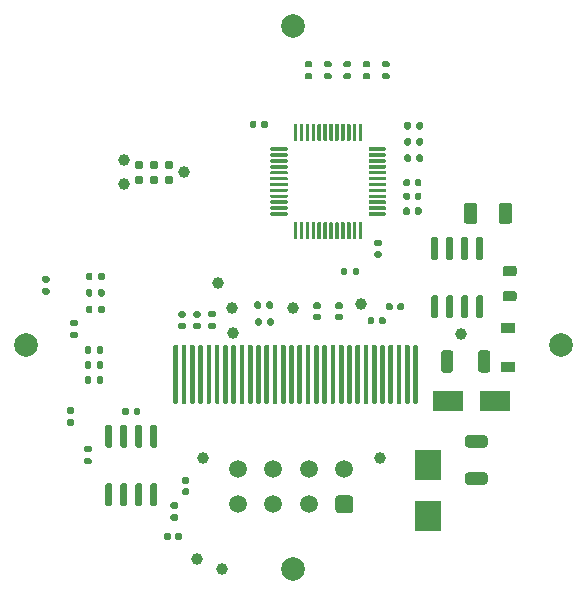
<source format=gbr>
%TF.GenerationSoftware,KiCad,Pcbnew,(5.1.10)-1*%
%TF.CreationDate,2022-01-29T15:25:58-05:00*%
%TF.ProjectId,CAN_Gauge,43414e5f-4761-4756-9765-2e6b69636164,rev?*%
%TF.SameCoordinates,Original*%
%TF.FileFunction,Soldermask,Top*%
%TF.FilePolarity,Negative*%
%FSLAX46Y46*%
G04 Gerber Fmt 4.6, Leading zero omitted, Abs format (unit mm)*
G04 Created by KiCad (PCBNEW (5.1.10)-1) date 2022-01-29 15:25:58*
%MOMM*%
%LPD*%
G01*
G04 APERTURE LIST*
%ADD10C,1.000000*%
%ADD11C,0.787400*%
%ADD12C,0.990600*%
%ADD13R,1.200000X0.900000*%
%ADD14C,1.500000*%
%ADD15C,2.000000*%
%ADD16R,2.300000X2.500000*%
%ADD17R,2.500000X1.800000*%
G04 APERTURE END LIST*
D10*
%TO.C,TP7*%
X138993600Y-95176200D03*
%TD*%
%TO.C,TP2*%
X133240500Y-95519100D03*
%TD*%
%TO.C,U1*%
G36*
G01*
X139150400Y-88287600D02*
X139150400Y-89612600D01*
G75*
G02*
X139075400Y-89687600I-75000J0D01*
G01*
X138925400Y-89687600D01*
G75*
G02*
X138850400Y-89612600I0J75000D01*
G01*
X138850400Y-88287600D01*
G75*
G02*
X138925400Y-88212600I75000J0D01*
G01*
X139075400Y-88212600D01*
G75*
G02*
X139150400Y-88287600I0J-75000D01*
G01*
G37*
G36*
G01*
X138650400Y-88287600D02*
X138650400Y-89612600D01*
G75*
G02*
X138575400Y-89687600I-75000J0D01*
G01*
X138425400Y-89687600D01*
G75*
G02*
X138350400Y-89612600I0J75000D01*
G01*
X138350400Y-88287600D01*
G75*
G02*
X138425400Y-88212600I75000J0D01*
G01*
X138575400Y-88212600D01*
G75*
G02*
X138650400Y-88287600I0J-75000D01*
G01*
G37*
G36*
G01*
X138150400Y-88287600D02*
X138150400Y-89612600D01*
G75*
G02*
X138075400Y-89687600I-75000J0D01*
G01*
X137925400Y-89687600D01*
G75*
G02*
X137850400Y-89612600I0J75000D01*
G01*
X137850400Y-88287600D01*
G75*
G02*
X137925400Y-88212600I75000J0D01*
G01*
X138075400Y-88212600D01*
G75*
G02*
X138150400Y-88287600I0J-75000D01*
G01*
G37*
G36*
G01*
X137650400Y-88287600D02*
X137650400Y-89612600D01*
G75*
G02*
X137575400Y-89687600I-75000J0D01*
G01*
X137425400Y-89687600D01*
G75*
G02*
X137350400Y-89612600I0J75000D01*
G01*
X137350400Y-88287600D01*
G75*
G02*
X137425400Y-88212600I75000J0D01*
G01*
X137575400Y-88212600D01*
G75*
G02*
X137650400Y-88287600I0J-75000D01*
G01*
G37*
G36*
G01*
X137150400Y-88287600D02*
X137150400Y-89612600D01*
G75*
G02*
X137075400Y-89687600I-75000J0D01*
G01*
X136925400Y-89687600D01*
G75*
G02*
X136850400Y-89612600I0J75000D01*
G01*
X136850400Y-88287600D01*
G75*
G02*
X136925400Y-88212600I75000J0D01*
G01*
X137075400Y-88212600D01*
G75*
G02*
X137150400Y-88287600I0J-75000D01*
G01*
G37*
G36*
G01*
X136650400Y-88287600D02*
X136650400Y-89612600D01*
G75*
G02*
X136575400Y-89687600I-75000J0D01*
G01*
X136425400Y-89687600D01*
G75*
G02*
X136350400Y-89612600I0J75000D01*
G01*
X136350400Y-88287600D01*
G75*
G02*
X136425400Y-88212600I75000J0D01*
G01*
X136575400Y-88212600D01*
G75*
G02*
X136650400Y-88287600I0J-75000D01*
G01*
G37*
G36*
G01*
X136150400Y-88287600D02*
X136150400Y-89612600D01*
G75*
G02*
X136075400Y-89687600I-75000J0D01*
G01*
X135925400Y-89687600D01*
G75*
G02*
X135850400Y-89612600I0J75000D01*
G01*
X135850400Y-88287600D01*
G75*
G02*
X135925400Y-88212600I75000J0D01*
G01*
X136075400Y-88212600D01*
G75*
G02*
X136150400Y-88287600I0J-75000D01*
G01*
G37*
G36*
G01*
X135650400Y-88287600D02*
X135650400Y-89612600D01*
G75*
G02*
X135575400Y-89687600I-75000J0D01*
G01*
X135425400Y-89687600D01*
G75*
G02*
X135350400Y-89612600I0J75000D01*
G01*
X135350400Y-88287600D01*
G75*
G02*
X135425400Y-88212600I75000J0D01*
G01*
X135575400Y-88212600D01*
G75*
G02*
X135650400Y-88287600I0J-75000D01*
G01*
G37*
G36*
G01*
X135150400Y-88287600D02*
X135150400Y-89612600D01*
G75*
G02*
X135075400Y-89687600I-75000J0D01*
G01*
X134925400Y-89687600D01*
G75*
G02*
X134850400Y-89612600I0J75000D01*
G01*
X134850400Y-88287600D01*
G75*
G02*
X134925400Y-88212600I75000J0D01*
G01*
X135075400Y-88212600D01*
G75*
G02*
X135150400Y-88287600I0J-75000D01*
G01*
G37*
G36*
G01*
X134650400Y-88287600D02*
X134650400Y-89612600D01*
G75*
G02*
X134575400Y-89687600I-75000J0D01*
G01*
X134425400Y-89687600D01*
G75*
G02*
X134350400Y-89612600I0J75000D01*
G01*
X134350400Y-88287600D01*
G75*
G02*
X134425400Y-88212600I75000J0D01*
G01*
X134575400Y-88212600D01*
G75*
G02*
X134650400Y-88287600I0J-75000D01*
G01*
G37*
G36*
G01*
X134150400Y-88287600D02*
X134150400Y-89612600D01*
G75*
G02*
X134075400Y-89687600I-75000J0D01*
G01*
X133925400Y-89687600D01*
G75*
G02*
X133850400Y-89612600I0J75000D01*
G01*
X133850400Y-88287600D01*
G75*
G02*
X133925400Y-88212600I75000J0D01*
G01*
X134075400Y-88212600D01*
G75*
G02*
X134150400Y-88287600I0J-75000D01*
G01*
G37*
G36*
G01*
X133650400Y-88287600D02*
X133650400Y-89612600D01*
G75*
G02*
X133575400Y-89687600I-75000J0D01*
G01*
X133425400Y-89687600D01*
G75*
G02*
X133350400Y-89612600I0J75000D01*
G01*
X133350400Y-88287600D01*
G75*
G02*
X133425400Y-88212600I75000J0D01*
G01*
X133575400Y-88212600D01*
G75*
G02*
X133650400Y-88287600I0J-75000D01*
G01*
G37*
G36*
G01*
X132825400Y-87462600D02*
X132825400Y-87612600D01*
G75*
G02*
X132750400Y-87687600I-75000J0D01*
G01*
X131425400Y-87687600D01*
G75*
G02*
X131350400Y-87612600I0J75000D01*
G01*
X131350400Y-87462600D01*
G75*
G02*
X131425400Y-87387600I75000J0D01*
G01*
X132750400Y-87387600D01*
G75*
G02*
X132825400Y-87462600I0J-75000D01*
G01*
G37*
G36*
G01*
X132825400Y-86962600D02*
X132825400Y-87112600D01*
G75*
G02*
X132750400Y-87187600I-75000J0D01*
G01*
X131425400Y-87187600D01*
G75*
G02*
X131350400Y-87112600I0J75000D01*
G01*
X131350400Y-86962600D01*
G75*
G02*
X131425400Y-86887600I75000J0D01*
G01*
X132750400Y-86887600D01*
G75*
G02*
X132825400Y-86962600I0J-75000D01*
G01*
G37*
G36*
G01*
X132825400Y-86462600D02*
X132825400Y-86612600D01*
G75*
G02*
X132750400Y-86687600I-75000J0D01*
G01*
X131425400Y-86687600D01*
G75*
G02*
X131350400Y-86612600I0J75000D01*
G01*
X131350400Y-86462600D01*
G75*
G02*
X131425400Y-86387600I75000J0D01*
G01*
X132750400Y-86387600D01*
G75*
G02*
X132825400Y-86462600I0J-75000D01*
G01*
G37*
G36*
G01*
X132825400Y-85962600D02*
X132825400Y-86112600D01*
G75*
G02*
X132750400Y-86187600I-75000J0D01*
G01*
X131425400Y-86187600D01*
G75*
G02*
X131350400Y-86112600I0J75000D01*
G01*
X131350400Y-85962600D01*
G75*
G02*
X131425400Y-85887600I75000J0D01*
G01*
X132750400Y-85887600D01*
G75*
G02*
X132825400Y-85962600I0J-75000D01*
G01*
G37*
G36*
G01*
X132825400Y-85462600D02*
X132825400Y-85612600D01*
G75*
G02*
X132750400Y-85687600I-75000J0D01*
G01*
X131425400Y-85687600D01*
G75*
G02*
X131350400Y-85612600I0J75000D01*
G01*
X131350400Y-85462600D01*
G75*
G02*
X131425400Y-85387600I75000J0D01*
G01*
X132750400Y-85387600D01*
G75*
G02*
X132825400Y-85462600I0J-75000D01*
G01*
G37*
G36*
G01*
X132825400Y-84962600D02*
X132825400Y-85112600D01*
G75*
G02*
X132750400Y-85187600I-75000J0D01*
G01*
X131425400Y-85187600D01*
G75*
G02*
X131350400Y-85112600I0J75000D01*
G01*
X131350400Y-84962600D01*
G75*
G02*
X131425400Y-84887600I75000J0D01*
G01*
X132750400Y-84887600D01*
G75*
G02*
X132825400Y-84962600I0J-75000D01*
G01*
G37*
G36*
G01*
X132825400Y-84462600D02*
X132825400Y-84612600D01*
G75*
G02*
X132750400Y-84687600I-75000J0D01*
G01*
X131425400Y-84687600D01*
G75*
G02*
X131350400Y-84612600I0J75000D01*
G01*
X131350400Y-84462600D01*
G75*
G02*
X131425400Y-84387600I75000J0D01*
G01*
X132750400Y-84387600D01*
G75*
G02*
X132825400Y-84462600I0J-75000D01*
G01*
G37*
G36*
G01*
X132825400Y-83962600D02*
X132825400Y-84112600D01*
G75*
G02*
X132750400Y-84187600I-75000J0D01*
G01*
X131425400Y-84187600D01*
G75*
G02*
X131350400Y-84112600I0J75000D01*
G01*
X131350400Y-83962600D01*
G75*
G02*
X131425400Y-83887600I75000J0D01*
G01*
X132750400Y-83887600D01*
G75*
G02*
X132825400Y-83962600I0J-75000D01*
G01*
G37*
G36*
G01*
X132825400Y-83462600D02*
X132825400Y-83612600D01*
G75*
G02*
X132750400Y-83687600I-75000J0D01*
G01*
X131425400Y-83687600D01*
G75*
G02*
X131350400Y-83612600I0J75000D01*
G01*
X131350400Y-83462600D01*
G75*
G02*
X131425400Y-83387600I75000J0D01*
G01*
X132750400Y-83387600D01*
G75*
G02*
X132825400Y-83462600I0J-75000D01*
G01*
G37*
G36*
G01*
X132825400Y-82962600D02*
X132825400Y-83112600D01*
G75*
G02*
X132750400Y-83187600I-75000J0D01*
G01*
X131425400Y-83187600D01*
G75*
G02*
X131350400Y-83112600I0J75000D01*
G01*
X131350400Y-82962600D01*
G75*
G02*
X131425400Y-82887600I75000J0D01*
G01*
X132750400Y-82887600D01*
G75*
G02*
X132825400Y-82962600I0J-75000D01*
G01*
G37*
G36*
G01*
X132825400Y-82462600D02*
X132825400Y-82612600D01*
G75*
G02*
X132750400Y-82687600I-75000J0D01*
G01*
X131425400Y-82687600D01*
G75*
G02*
X131350400Y-82612600I0J75000D01*
G01*
X131350400Y-82462600D01*
G75*
G02*
X131425400Y-82387600I75000J0D01*
G01*
X132750400Y-82387600D01*
G75*
G02*
X132825400Y-82462600I0J-75000D01*
G01*
G37*
G36*
G01*
X132825400Y-81962600D02*
X132825400Y-82112600D01*
G75*
G02*
X132750400Y-82187600I-75000J0D01*
G01*
X131425400Y-82187600D01*
G75*
G02*
X131350400Y-82112600I0J75000D01*
G01*
X131350400Y-81962600D01*
G75*
G02*
X131425400Y-81887600I75000J0D01*
G01*
X132750400Y-81887600D01*
G75*
G02*
X132825400Y-81962600I0J-75000D01*
G01*
G37*
G36*
G01*
X133650400Y-79962600D02*
X133650400Y-81287600D01*
G75*
G02*
X133575400Y-81362600I-75000J0D01*
G01*
X133425400Y-81362600D01*
G75*
G02*
X133350400Y-81287600I0J75000D01*
G01*
X133350400Y-79962600D01*
G75*
G02*
X133425400Y-79887600I75000J0D01*
G01*
X133575400Y-79887600D01*
G75*
G02*
X133650400Y-79962600I0J-75000D01*
G01*
G37*
G36*
G01*
X134150400Y-79962600D02*
X134150400Y-81287600D01*
G75*
G02*
X134075400Y-81362600I-75000J0D01*
G01*
X133925400Y-81362600D01*
G75*
G02*
X133850400Y-81287600I0J75000D01*
G01*
X133850400Y-79962600D01*
G75*
G02*
X133925400Y-79887600I75000J0D01*
G01*
X134075400Y-79887600D01*
G75*
G02*
X134150400Y-79962600I0J-75000D01*
G01*
G37*
G36*
G01*
X134650400Y-79962600D02*
X134650400Y-81287600D01*
G75*
G02*
X134575400Y-81362600I-75000J0D01*
G01*
X134425400Y-81362600D01*
G75*
G02*
X134350400Y-81287600I0J75000D01*
G01*
X134350400Y-79962600D01*
G75*
G02*
X134425400Y-79887600I75000J0D01*
G01*
X134575400Y-79887600D01*
G75*
G02*
X134650400Y-79962600I0J-75000D01*
G01*
G37*
G36*
G01*
X135150400Y-79962600D02*
X135150400Y-81287600D01*
G75*
G02*
X135075400Y-81362600I-75000J0D01*
G01*
X134925400Y-81362600D01*
G75*
G02*
X134850400Y-81287600I0J75000D01*
G01*
X134850400Y-79962600D01*
G75*
G02*
X134925400Y-79887600I75000J0D01*
G01*
X135075400Y-79887600D01*
G75*
G02*
X135150400Y-79962600I0J-75000D01*
G01*
G37*
G36*
G01*
X135650400Y-79962600D02*
X135650400Y-81287600D01*
G75*
G02*
X135575400Y-81362600I-75000J0D01*
G01*
X135425400Y-81362600D01*
G75*
G02*
X135350400Y-81287600I0J75000D01*
G01*
X135350400Y-79962600D01*
G75*
G02*
X135425400Y-79887600I75000J0D01*
G01*
X135575400Y-79887600D01*
G75*
G02*
X135650400Y-79962600I0J-75000D01*
G01*
G37*
G36*
G01*
X136150400Y-79962600D02*
X136150400Y-81287600D01*
G75*
G02*
X136075400Y-81362600I-75000J0D01*
G01*
X135925400Y-81362600D01*
G75*
G02*
X135850400Y-81287600I0J75000D01*
G01*
X135850400Y-79962600D01*
G75*
G02*
X135925400Y-79887600I75000J0D01*
G01*
X136075400Y-79887600D01*
G75*
G02*
X136150400Y-79962600I0J-75000D01*
G01*
G37*
G36*
G01*
X136650400Y-79962600D02*
X136650400Y-81287600D01*
G75*
G02*
X136575400Y-81362600I-75000J0D01*
G01*
X136425400Y-81362600D01*
G75*
G02*
X136350400Y-81287600I0J75000D01*
G01*
X136350400Y-79962600D01*
G75*
G02*
X136425400Y-79887600I75000J0D01*
G01*
X136575400Y-79887600D01*
G75*
G02*
X136650400Y-79962600I0J-75000D01*
G01*
G37*
G36*
G01*
X137150400Y-79962600D02*
X137150400Y-81287600D01*
G75*
G02*
X137075400Y-81362600I-75000J0D01*
G01*
X136925400Y-81362600D01*
G75*
G02*
X136850400Y-81287600I0J75000D01*
G01*
X136850400Y-79962600D01*
G75*
G02*
X136925400Y-79887600I75000J0D01*
G01*
X137075400Y-79887600D01*
G75*
G02*
X137150400Y-79962600I0J-75000D01*
G01*
G37*
G36*
G01*
X137650400Y-79962600D02*
X137650400Y-81287600D01*
G75*
G02*
X137575400Y-81362600I-75000J0D01*
G01*
X137425400Y-81362600D01*
G75*
G02*
X137350400Y-81287600I0J75000D01*
G01*
X137350400Y-79962600D01*
G75*
G02*
X137425400Y-79887600I75000J0D01*
G01*
X137575400Y-79887600D01*
G75*
G02*
X137650400Y-79962600I0J-75000D01*
G01*
G37*
G36*
G01*
X138150400Y-79962600D02*
X138150400Y-81287600D01*
G75*
G02*
X138075400Y-81362600I-75000J0D01*
G01*
X137925400Y-81362600D01*
G75*
G02*
X137850400Y-81287600I0J75000D01*
G01*
X137850400Y-79962600D01*
G75*
G02*
X137925400Y-79887600I75000J0D01*
G01*
X138075400Y-79887600D01*
G75*
G02*
X138150400Y-79962600I0J-75000D01*
G01*
G37*
G36*
G01*
X138650400Y-79962600D02*
X138650400Y-81287600D01*
G75*
G02*
X138575400Y-81362600I-75000J0D01*
G01*
X138425400Y-81362600D01*
G75*
G02*
X138350400Y-81287600I0J75000D01*
G01*
X138350400Y-79962600D01*
G75*
G02*
X138425400Y-79887600I75000J0D01*
G01*
X138575400Y-79887600D01*
G75*
G02*
X138650400Y-79962600I0J-75000D01*
G01*
G37*
G36*
G01*
X139150400Y-79962600D02*
X139150400Y-81287600D01*
G75*
G02*
X139075400Y-81362600I-75000J0D01*
G01*
X138925400Y-81362600D01*
G75*
G02*
X138850400Y-81287600I0J75000D01*
G01*
X138850400Y-79962600D01*
G75*
G02*
X138925400Y-79887600I75000J0D01*
G01*
X139075400Y-79887600D01*
G75*
G02*
X139150400Y-79962600I0J-75000D01*
G01*
G37*
G36*
G01*
X141150400Y-81962600D02*
X141150400Y-82112600D01*
G75*
G02*
X141075400Y-82187600I-75000J0D01*
G01*
X139750400Y-82187600D01*
G75*
G02*
X139675400Y-82112600I0J75000D01*
G01*
X139675400Y-81962600D01*
G75*
G02*
X139750400Y-81887600I75000J0D01*
G01*
X141075400Y-81887600D01*
G75*
G02*
X141150400Y-81962600I0J-75000D01*
G01*
G37*
G36*
G01*
X141150400Y-82462600D02*
X141150400Y-82612600D01*
G75*
G02*
X141075400Y-82687600I-75000J0D01*
G01*
X139750400Y-82687600D01*
G75*
G02*
X139675400Y-82612600I0J75000D01*
G01*
X139675400Y-82462600D01*
G75*
G02*
X139750400Y-82387600I75000J0D01*
G01*
X141075400Y-82387600D01*
G75*
G02*
X141150400Y-82462600I0J-75000D01*
G01*
G37*
G36*
G01*
X141150400Y-82962600D02*
X141150400Y-83112600D01*
G75*
G02*
X141075400Y-83187600I-75000J0D01*
G01*
X139750400Y-83187600D01*
G75*
G02*
X139675400Y-83112600I0J75000D01*
G01*
X139675400Y-82962600D01*
G75*
G02*
X139750400Y-82887600I75000J0D01*
G01*
X141075400Y-82887600D01*
G75*
G02*
X141150400Y-82962600I0J-75000D01*
G01*
G37*
G36*
G01*
X141150400Y-83462600D02*
X141150400Y-83612600D01*
G75*
G02*
X141075400Y-83687600I-75000J0D01*
G01*
X139750400Y-83687600D01*
G75*
G02*
X139675400Y-83612600I0J75000D01*
G01*
X139675400Y-83462600D01*
G75*
G02*
X139750400Y-83387600I75000J0D01*
G01*
X141075400Y-83387600D01*
G75*
G02*
X141150400Y-83462600I0J-75000D01*
G01*
G37*
G36*
G01*
X141150400Y-83962600D02*
X141150400Y-84112600D01*
G75*
G02*
X141075400Y-84187600I-75000J0D01*
G01*
X139750400Y-84187600D01*
G75*
G02*
X139675400Y-84112600I0J75000D01*
G01*
X139675400Y-83962600D01*
G75*
G02*
X139750400Y-83887600I75000J0D01*
G01*
X141075400Y-83887600D01*
G75*
G02*
X141150400Y-83962600I0J-75000D01*
G01*
G37*
G36*
G01*
X141150400Y-84462600D02*
X141150400Y-84612600D01*
G75*
G02*
X141075400Y-84687600I-75000J0D01*
G01*
X139750400Y-84687600D01*
G75*
G02*
X139675400Y-84612600I0J75000D01*
G01*
X139675400Y-84462600D01*
G75*
G02*
X139750400Y-84387600I75000J0D01*
G01*
X141075400Y-84387600D01*
G75*
G02*
X141150400Y-84462600I0J-75000D01*
G01*
G37*
G36*
G01*
X141150400Y-84962600D02*
X141150400Y-85112600D01*
G75*
G02*
X141075400Y-85187600I-75000J0D01*
G01*
X139750400Y-85187600D01*
G75*
G02*
X139675400Y-85112600I0J75000D01*
G01*
X139675400Y-84962600D01*
G75*
G02*
X139750400Y-84887600I75000J0D01*
G01*
X141075400Y-84887600D01*
G75*
G02*
X141150400Y-84962600I0J-75000D01*
G01*
G37*
G36*
G01*
X141150400Y-85462600D02*
X141150400Y-85612600D01*
G75*
G02*
X141075400Y-85687600I-75000J0D01*
G01*
X139750400Y-85687600D01*
G75*
G02*
X139675400Y-85612600I0J75000D01*
G01*
X139675400Y-85462600D01*
G75*
G02*
X139750400Y-85387600I75000J0D01*
G01*
X141075400Y-85387600D01*
G75*
G02*
X141150400Y-85462600I0J-75000D01*
G01*
G37*
G36*
G01*
X141150400Y-85962600D02*
X141150400Y-86112600D01*
G75*
G02*
X141075400Y-86187600I-75000J0D01*
G01*
X139750400Y-86187600D01*
G75*
G02*
X139675400Y-86112600I0J75000D01*
G01*
X139675400Y-85962600D01*
G75*
G02*
X139750400Y-85887600I75000J0D01*
G01*
X141075400Y-85887600D01*
G75*
G02*
X141150400Y-85962600I0J-75000D01*
G01*
G37*
G36*
G01*
X141150400Y-86462600D02*
X141150400Y-86612600D01*
G75*
G02*
X141075400Y-86687600I-75000J0D01*
G01*
X139750400Y-86687600D01*
G75*
G02*
X139675400Y-86612600I0J75000D01*
G01*
X139675400Y-86462600D01*
G75*
G02*
X139750400Y-86387600I75000J0D01*
G01*
X141075400Y-86387600D01*
G75*
G02*
X141150400Y-86462600I0J-75000D01*
G01*
G37*
G36*
G01*
X141150400Y-86962600D02*
X141150400Y-87112600D01*
G75*
G02*
X141075400Y-87187600I-75000J0D01*
G01*
X139750400Y-87187600D01*
G75*
G02*
X139675400Y-87112600I0J75000D01*
G01*
X139675400Y-86962600D01*
G75*
G02*
X139750400Y-86887600I75000J0D01*
G01*
X141075400Y-86887600D01*
G75*
G02*
X141150400Y-86962600I0J-75000D01*
G01*
G37*
G36*
G01*
X141150400Y-87462600D02*
X141150400Y-87612600D01*
G75*
G02*
X141075400Y-87687600I-75000J0D01*
G01*
X139750400Y-87687600D01*
G75*
G02*
X139675400Y-87612600I0J75000D01*
G01*
X139675400Y-87462600D01*
G75*
G02*
X139750400Y-87387600I75000J0D01*
G01*
X141075400Y-87387600D01*
G75*
G02*
X141150400Y-87462600I0J-75000D01*
G01*
G37*
%TD*%
%TO.C,TP8*%
X128084300Y-95455600D03*
%TD*%
%TO.C,C10*%
G36*
G01*
X148946300Y-100714901D02*
X148946300Y-99314899D01*
G75*
G02*
X149196299Y-99064900I249999J0D01*
G01*
X149746301Y-99064900D01*
G75*
G02*
X149996300Y-99314899I0J-249999D01*
G01*
X149996300Y-100714901D01*
G75*
G02*
X149746301Y-100964900I-249999J0D01*
G01*
X149196299Y-100964900D01*
G75*
G02*
X148946300Y-100714901I0J249999D01*
G01*
G37*
G36*
G01*
X145796300Y-100714901D02*
X145796300Y-99314899D01*
G75*
G02*
X146046299Y-99064900I249999J0D01*
G01*
X146596301Y-99064900D01*
G75*
G02*
X146846300Y-99314899I0J-249999D01*
G01*
X146846300Y-100714901D01*
G75*
G02*
X146596301Y-100964900I-249999J0D01*
G01*
X146046299Y-100964900D01*
G75*
G02*
X145796300Y-100714901I0J249999D01*
G01*
G37*
%TD*%
D11*
%TO.C,J1*%
X120197600Y-84635200D03*
X120197600Y-83365200D03*
X121467600Y-84635200D03*
X121467600Y-83365200D03*
X122737600Y-84635200D03*
X122737600Y-83365200D03*
D12*
X124007600Y-84000200D03*
X118927600Y-82984200D03*
X118927600Y-85016200D03*
%TD*%
D10*
%TO.C,TP6*%
X128236700Y-97601900D03*
%TD*%
%TO.C,C17*%
G36*
G01*
X123710600Y-96722400D02*
X124050600Y-96722400D01*
G75*
G02*
X124190600Y-96862400I0J-140000D01*
G01*
X124190600Y-97142400D01*
G75*
G02*
X124050600Y-97282400I-140000J0D01*
G01*
X123710600Y-97282400D01*
G75*
G02*
X123570600Y-97142400I0J140000D01*
G01*
X123570600Y-96862400D01*
G75*
G02*
X123710600Y-96722400I140000J0D01*
G01*
G37*
G36*
G01*
X123710600Y-95762400D02*
X124050600Y-95762400D01*
G75*
G02*
X124190600Y-95902400I0J-140000D01*
G01*
X124190600Y-96182400D01*
G75*
G02*
X124050600Y-96322400I-140000J0D01*
G01*
X123710600Y-96322400D01*
G75*
G02*
X123570600Y-96182400I0J140000D01*
G01*
X123570600Y-95902400D01*
G75*
G02*
X123710600Y-95762400I140000J0D01*
G01*
G37*
%TD*%
%TO.C,R24*%
G36*
G01*
X131105600Y-96859800D02*
X131105600Y-96489800D01*
G75*
G02*
X131240600Y-96354800I135000J0D01*
G01*
X131510600Y-96354800D01*
G75*
G02*
X131645600Y-96489800I0J-135000D01*
G01*
X131645600Y-96859800D01*
G75*
G02*
X131510600Y-96994800I-135000J0D01*
G01*
X131240600Y-96994800D01*
G75*
G02*
X131105600Y-96859800I0J135000D01*
G01*
G37*
G36*
G01*
X130085600Y-96859800D02*
X130085600Y-96489800D01*
G75*
G02*
X130220600Y-96354800I135000J0D01*
G01*
X130490600Y-96354800D01*
G75*
G02*
X130625600Y-96489800I0J-135000D01*
G01*
X130625600Y-96859800D01*
G75*
G02*
X130490600Y-96994800I-135000J0D01*
G01*
X130220600Y-96994800D01*
G75*
G02*
X130085600Y-96859800I0J135000D01*
G01*
G37*
%TD*%
%TO.C,TP1*%
X126903200Y-93360100D03*
%TD*%
%TO.C,TP5*%
X125150600Y-116766200D03*
%TD*%
%TO.C,TP4*%
X127233400Y-117604400D03*
%TD*%
%TO.C,TP3*%
X147540700Y-97716200D03*
%TD*%
%TO.C,U4*%
G36*
G01*
X143454000Y-103513000D02*
X143454000Y-98713000D01*
G75*
G02*
X143554000Y-98613000I100000J0D01*
G01*
X143754000Y-98613000D01*
G75*
G02*
X143854000Y-98713000I0J-100000D01*
G01*
X143854000Y-103513000D01*
G75*
G02*
X143754000Y-103613000I-100000J0D01*
G01*
X143554000Y-103613000D01*
G75*
G02*
X143454000Y-103513000I0J100000D01*
G01*
G37*
G36*
G01*
X142754000Y-103513000D02*
X142754000Y-98713000D01*
G75*
G02*
X142854000Y-98613000I100000J0D01*
G01*
X143054000Y-98613000D01*
G75*
G02*
X143154000Y-98713000I0J-100000D01*
G01*
X143154000Y-103513000D01*
G75*
G02*
X143054000Y-103613000I-100000J0D01*
G01*
X142854000Y-103613000D01*
G75*
G02*
X142754000Y-103513000I0J100000D01*
G01*
G37*
G36*
G01*
X142054000Y-103513000D02*
X142054000Y-98713000D01*
G75*
G02*
X142154000Y-98613000I100000J0D01*
G01*
X142354000Y-98613000D01*
G75*
G02*
X142454000Y-98713000I0J-100000D01*
G01*
X142454000Y-103513000D01*
G75*
G02*
X142354000Y-103613000I-100000J0D01*
G01*
X142154000Y-103613000D01*
G75*
G02*
X142054000Y-103513000I0J100000D01*
G01*
G37*
G36*
G01*
X141354000Y-103513000D02*
X141354000Y-98713000D01*
G75*
G02*
X141454000Y-98613000I100000J0D01*
G01*
X141654000Y-98613000D01*
G75*
G02*
X141754000Y-98713000I0J-100000D01*
G01*
X141754000Y-103513000D01*
G75*
G02*
X141654000Y-103613000I-100000J0D01*
G01*
X141454000Y-103613000D01*
G75*
G02*
X141354000Y-103513000I0J100000D01*
G01*
G37*
G36*
G01*
X140654000Y-103513000D02*
X140654000Y-98713000D01*
G75*
G02*
X140754000Y-98613000I100000J0D01*
G01*
X140954000Y-98613000D01*
G75*
G02*
X141054000Y-98713000I0J-100000D01*
G01*
X141054000Y-103513000D01*
G75*
G02*
X140954000Y-103613000I-100000J0D01*
G01*
X140754000Y-103613000D01*
G75*
G02*
X140654000Y-103513000I0J100000D01*
G01*
G37*
G36*
G01*
X139954000Y-103513000D02*
X139954000Y-98713000D01*
G75*
G02*
X140054000Y-98613000I100000J0D01*
G01*
X140254000Y-98613000D01*
G75*
G02*
X140354000Y-98713000I0J-100000D01*
G01*
X140354000Y-103513000D01*
G75*
G02*
X140254000Y-103613000I-100000J0D01*
G01*
X140054000Y-103613000D01*
G75*
G02*
X139954000Y-103513000I0J100000D01*
G01*
G37*
G36*
G01*
X139254000Y-103513000D02*
X139254000Y-98713000D01*
G75*
G02*
X139354000Y-98613000I100000J0D01*
G01*
X139554000Y-98613000D01*
G75*
G02*
X139654000Y-98713000I0J-100000D01*
G01*
X139654000Y-103513000D01*
G75*
G02*
X139554000Y-103613000I-100000J0D01*
G01*
X139354000Y-103613000D01*
G75*
G02*
X139254000Y-103513000I0J100000D01*
G01*
G37*
G36*
G01*
X138554000Y-103513000D02*
X138554000Y-98713000D01*
G75*
G02*
X138654000Y-98613000I100000J0D01*
G01*
X138854000Y-98613000D01*
G75*
G02*
X138954000Y-98713000I0J-100000D01*
G01*
X138954000Y-103513000D01*
G75*
G02*
X138854000Y-103613000I-100000J0D01*
G01*
X138654000Y-103613000D01*
G75*
G02*
X138554000Y-103513000I0J100000D01*
G01*
G37*
G36*
G01*
X137854000Y-103513000D02*
X137854000Y-98713000D01*
G75*
G02*
X137954000Y-98613000I100000J0D01*
G01*
X138154000Y-98613000D01*
G75*
G02*
X138254000Y-98713000I0J-100000D01*
G01*
X138254000Y-103513000D01*
G75*
G02*
X138154000Y-103613000I-100000J0D01*
G01*
X137954000Y-103613000D01*
G75*
G02*
X137854000Y-103513000I0J100000D01*
G01*
G37*
G36*
G01*
X137154000Y-103513000D02*
X137154000Y-98713000D01*
G75*
G02*
X137254000Y-98613000I100000J0D01*
G01*
X137454000Y-98613000D01*
G75*
G02*
X137554000Y-98713000I0J-100000D01*
G01*
X137554000Y-103513000D01*
G75*
G02*
X137454000Y-103613000I-100000J0D01*
G01*
X137254000Y-103613000D01*
G75*
G02*
X137154000Y-103513000I0J100000D01*
G01*
G37*
G36*
G01*
X136454000Y-103513000D02*
X136454000Y-98713000D01*
G75*
G02*
X136554000Y-98613000I100000J0D01*
G01*
X136754000Y-98613000D01*
G75*
G02*
X136854000Y-98713000I0J-100000D01*
G01*
X136854000Y-103513000D01*
G75*
G02*
X136754000Y-103613000I-100000J0D01*
G01*
X136554000Y-103613000D01*
G75*
G02*
X136454000Y-103513000I0J100000D01*
G01*
G37*
G36*
G01*
X135754000Y-103513000D02*
X135754000Y-98713000D01*
G75*
G02*
X135854000Y-98613000I100000J0D01*
G01*
X136054000Y-98613000D01*
G75*
G02*
X136154000Y-98713000I0J-100000D01*
G01*
X136154000Y-103513000D01*
G75*
G02*
X136054000Y-103613000I-100000J0D01*
G01*
X135854000Y-103613000D01*
G75*
G02*
X135754000Y-103513000I0J100000D01*
G01*
G37*
G36*
G01*
X135054000Y-103513000D02*
X135054000Y-98713000D01*
G75*
G02*
X135154000Y-98613000I100000J0D01*
G01*
X135354000Y-98613000D01*
G75*
G02*
X135454000Y-98713000I0J-100000D01*
G01*
X135454000Y-103513000D01*
G75*
G02*
X135354000Y-103613000I-100000J0D01*
G01*
X135154000Y-103613000D01*
G75*
G02*
X135054000Y-103513000I0J100000D01*
G01*
G37*
G36*
G01*
X134354000Y-103513000D02*
X134354000Y-98713000D01*
G75*
G02*
X134454000Y-98613000I100000J0D01*
G01*
X134654000Y-98613000D01*
G75*
G02*
X134754000Y-98713000I0J-100000D01*
G01*
X134754000Y-103513000D01*
G75*
G02*
X134654000Y-103613000I-100000J0D01*
G01*
X134454000Y-103613000D01*
G75*
G02*
X134354000Y-103513000I0J100000D01*
G01*
G37*
G36*
G01*
X133654000Y-103513000D02*
X133654000Y-98713000D01*
G75*
G02*
X133754000Y-98613000I100000J0D01*
G01*
X133954000Y-98613000D01*
G75*
G02*
X134054000Y-98713000I0J-100000D01*
G01*
X134054000Y-103513000D01*
G75*
G02*
X133954000Y-103613000I-100000J0D01*
G01*
X133754000Y-103613000D01*
G75*
G02*
X133654000Y-103513000I0J100000D01*
G01*
G37*
G36*
G01*
X132954000Y-103513000D02*
X132954000Y-98713000D01*
G75*
G02*
X133054000Y-98613000I100000J0D01*
G01*
X133254000Y-98613000D01*
G75*
G02*
X133354000Y-98713000I0J-100000D01*
G01*
X133354000Y-103513000D01*
G75*
G02*
X133254000Y-103613000I-100000J0D01*
G01*
X133054000Y-103613000D01*
G75*
G02*
X132954000Y-103513000I0J100000D01*
G01*
G37*
G36*
G01*
X132254000Y-103513000D02*
X132254000Y-98713000D01*
G75*
G02*
X132354000Y-98613000I100000J0D01*
G01*
X132554000Y-98613000D01*
G75*
G02*
X132654000Y-98713000I0J-100000D01*
G01*
X132654000Y-103513000D01*
G75*
G02*
X132554000Y-103613000I-100000J0D01*
G01*
X132354000Y-103613000D01*
G75*
G02*
X132254000Y-103513000I0J100000D01*
G01*
G37*
G36*
G01*
X131554000Y-103513000D02*
X131554000Y-98713000D01*
G75*
G02*
X131654000Y-98613000I100000J0D01*
G01*
X131854000Y-98613000D01*
G75*
G02*
X131954000Y-98713000I0J-100000D01*
G01*
X131954000Y-103513000D01*
G75*
G02*
X131854000Y-103613000I-100000J0D01*
G01*
X131654000Y-103613000D01*
G75*
G02*
X131554000Y-103513000I0J100000D01*
G01*
G37*
G36*
G01*
X130854000Y-103513000D02*
X130854000Y-98713000D01*
G75*
G02*
X130954000Y-98613000I100000J0D01*
G01*
X131154000Y-98613000D01*
G75*
G02*
X131254000Y-98713000I0J-100000D01*
G01*
X131254000Y-103513000D01*
G75*
G02*
X131154000Y-103613000I-100000J0D01*
G01*
X130954000Y-103613000D01*
G75*
G02*
X130854000Y-103513000I0J100000D01*
G01*
G37*
G36*
G01*
X130154000Y-103513000D02*
X130154000Y-98713000D01*
G75*
G02*
X130254000Y-98613000I100000J0D01*
G01*
X130454000Y-98613000D01*
G75*
G02*
X130554000Y-98713000I0J-100000D01*
G01*
X130554000Y-103513000D01*
G75*
G02*
X130454000Y-103613000I-100000J0D01*
G01*
X130254000Y-103613000D01*
G75*
G02*
X130154000Y-103513000I0J100000D01*
G01*
G37*
G36*
G01*
X129454000Y-103513000D02*
X129454000Y-98713000D01*
G75*
G02*
X129554000Y-98613000I100000J0D01*
G01*
X129754000Y-98613000D01*
G75*
G02*
X129854000Y-98713000I0J-100000D01*
G01*
X129854000Y-103513000D01*
G75*
G02*
X129754000Y-103613000I-100000J0D01*
G01*
X129554000Y-103613000D01*
G75*
G02*
X129454000Y-103513000I0J100000D01*
G01*
G37*
G36*
G01*
X128754000Y-103513000D02*
X128754000Y-98713000D01*
G75*
G02*
X128854000Y-98613000I100000J0D01*
G01*
X129054000Y-98613000D01*
G75*
G02*
X129154000Y-98713000I0J-100000D01*
G01*
X129154000Y-103513000D01*
G75*
G02*
X129054000Y-103613000I-100000J0D01*
G01*
X128854000Y-103613000D01*
G75*
G02*
X128754000Y-103513000I0J100000D01*
G01*
G37*
G36*
G01*
X128054000Y-103513000D02*
X128054000Y-98713000D01*
G75*
G02*
X128154000Y-98613000I100000J0D01*
G01*
X128354000Y-98613000D01*
G75*
G02*
X128454000Y-98713000I0J-100000D01*
G01*
X128454000Y-103513000D01*
G75*
G02*
X128354000Y-103613000I-100000J0D01*
G01*
X128154000Y-103613000D01*
G75*
G02*
X128054000Y-103513000I0J100000D01*
G01*
G37*
G36*
G01*
X127354000Y-103513000D02*
X127354000Y-98713000D01*
G75*
G02*
X127454000Y-98613000I100000J0D01*
G01*
X127654000Y-98613000D01*
G75*
G02*
X127754000Y-98713000I0J-100000D01*
G01*
X127754000Y-103513000D01*
G75*
G02*
X127654000Y-103613000I-100000J0D01*
G01*
X127454000Y-103613000D01*
G75*
G02*
X127354000Y-103513000I0J100000D01*
G01*
G37*
G36*
G01*
X126654000Y-103513000D02*
X126654000Y-98713000D01*
G75*
G02*
X126754000Y-98613000I100000J0D01*
G01*
X126954000Y-98613000D01*
G75*
G02*
X127054000Y-98713000I0J-100000D01*
G01*
X127054000Y-103513000D01*
G75*
G02*
X126954000Y-103613000I-100000J0D01*
G01*
X126754000Y-103613000D01*
G75*
G02*
X126654000Y-103513000I0J100000D01*
G01*
G37*
G36*
G01*
X125954000Y-103513000D02*
X125954000Y-98713000D01*
G75*
G02*
X126054000Y-98613000I100000J0D01*
G01*
X126254000Y-98613000D01*
G75*
G02*
X126354000Y-98713000I0J-100000D01*
G01*
X126354000Y-103513000D01*
G75*
G02*
X126254000Y-103613000I-100000J0D01*
G01*
X126054000Y-103613000D01*
G75*
G02*
X125954000Y-103513000I0J100000D01*
G01*
G37*
G36*
G01*
X125254000Y-103513000D02*
X125254000Y-98713000D01*
G75*
G02*
X125354000Y-98613000I100000J0D01*
G01*
X125554000Y-98613000D01*
G75*
G02*
X125654000Y-98713000I0J-100000D01*
G01*
X125654000Y-103513000D01*
G75*
G02*
X125554000Y-103613000I-100000J0D01*
G01*
X125354000Y-103613000D01*
G75*
G02*
X125254000Y-103513000I0J100000D01*
G01*
G37*
G36*
G01*
X124554000Y-103513000D02*
X124554000Y-98713000D01*
G75*
G02*
X124654000Y-98613000I100000J0D01*
G01*
X124854000Y-98613000D01*
G75*
G02*
X124954000Y-98713000I0J-100000D01*
G01*
X124954000Y-103513000D01*
G75*
G02*
X124854000Y-103613000I-100000J0D01*
G01*
X124654000Y-103613000D01*
G75*
G02*
X124554000Y-103513000I0J100000D01*
G01*
G37*
G36*
G01*
X123854000Y-103513000D02*
X123854000Y-98713000D01*
G75*
G02*
X123954000Y-98613000I100000J0D01*
G01*
X124154000Y-98613000D01*
G75*
G02*
X124254000Y-98713000I0J-100000D01*
G01*
X124254000Y-103513000D01*
G75*
G02*
X124154000Y-103613000I-100000J0D01*
G01*
X123954000Y-103613000D01*
G75*
G02*
X123854000Y-103513000I0J100000D01*
G01*
G37*
G36*
G01*
X123154000Y-103513000D02*
X123154000Y-98713000D01*
G75*
G02*
X123254000Y-98613000I100000J0D01*
G01*
X123454000Y-98613000D01*
G75*
G02*
X123554000Y-98713000I0J-100000D01*
G01*
X123554000Y-103513000D01*
G75*
G02*
X123454000Y-103613000I-100000J0D01*
G01*
X123254000Y-103613000D01*
G75*
G02*
X123154000Y-103513000I0J100000D01*
G01*
G37*
%TD*%
%TO.C,R20*%
G36*
G01*
X123035200Y-112967600D02*
X123405200Y-112967600D01*
G75*
G02*
X123540200Y-113102600I0J-135000D01*
G01*
X123540200Y-113372600D01*
G75*
G02*
X123405200Y-113507600I-135000J0D01*
G01*
X123035200Y-113507600D01*
G75*
G02*
X122900200Y-113372600I0J135000D01*
G01*
X122900200Y-113102600D01*
G75*
G02*
X123035200Y-112967600I135000J0D01*
G01*
G37*
G36*
G01*
X123035200Y-111947600D02*
X123405200Y-111947600D01*
G75*
G02*
X123540200Y-112082600I0J-135000D01*
G01*
X123540200Y-112352600D01*
G75*
G02*
X123405200Y-112487600I-135000J0D01*
G01*
X123035200Y-112487600D01*
G75*
G02*
X122900200Y-112352600I0J135000D01*
G01*
X122900200Y-112082600D01*
G75*
G02*
X123035200Y-111947600I135000J0D01*
G01*
G37*
%TD*%
%TO.C,L1*%
G36*
G01*
X151998650Y-92798600D02*
X151236150Y-92798600D01*
G75*
G02*
X151017400Y-92579850I0J218750D01*
G01*
X151017400Y-92142350D01*
G75*
G02*
X151236150Y-91923600I218750J0D01*
G01*
X151998650Y-91923600D01*
G75*
G02*
X152217400Y-92142350I0J-218750D01*
G01*
X152217400Y-92579850D01*
G75*
G02*
X151998650Y-92798600I-218750J0D01*
G01*
G37*
G36*
G01*
X151998650Y-94923600D02*
X151236150Y-94923600D01*
G75*
G02*
X151017400Y-94704850I0J218750D01*
G01*
X151017400Y-94267350D01*
G75*
G02*
X151236150Y-94048600I218750J0D01*
G01*
X151998650Y-94048600D01*
G75*
G02*
X152217400Y-94267350I0J-218750D01*
G01*
X152217400Y-94704850D01*
G75*
G02*
X151998650Y-94923600I-218750J0D01*
G01*
G37*
%TD*%
%TO.C,C11*%
G36*
G01*
X148888600Y-86829999D02*
X148888600Y-88130001D01*
G75*
G02*
X148638601Y-88380000I-249999J0D01*
G01*
X147988599Y-88380000D01*
G75*
G02*
X147738600Y-88130001I0J249999D01*
G01*
X147738600Y-86829999D01*
G75*
G02*
X147988599Y-86580000I249999J0D01*
G01*
X148638601Y-86580000D01*
G75*
G02*
X148888600Y-86829999I0J-249999D01*
G01*
G37*
G36*
G01*
X151838600Y-86829999D02*
X151838600Y-88130001D01*
G75*
G02*
X151588601Y-88380000I-249999J0D01*
G01*
X150938599Y-88380000D01*
G75*
G02*
X150688600Y-88130001I0J249999D01*
G01*
X150688600Y-86829999D01*
G75*
G02*
X150938599Y-86580000I249999J0D01*
G01*
X151588601Y-86580000D01*
G75*
G02*
X151838600Y-86829999I0J-249999D01*
G01*
G37*
%TD*%
D13*
%TO.C,D12*%
X151439600Y-100458400D03*
X151439600Y-97158400D03*
%TD*%
%TO.C,U3*%
G36*
G01*
X148927400Y-94415600D02*
X149227400Y-94415600D01*
G75*
G02*
X149377400Y-94565600I0J-150000D01*
G01*
X149377400Y-96215600D01*
G75*
G02*
X149227400Y-96365600I-150000J0D01*
G01*
X148927400Y-96365600D01*
G75*
G02*
X148777400Y-96215600I0J150000D01*
G01*
X148777400Y-94565600D01*
G75*
G02*
X148927400Y-94415600I150000J0D01*
G01*
G37*
G36*
G01*
X147657400Y-94415600D02*
X147957400Y-94415600D01*
G75*
G02*
X148107400Y-94565600I0J-150000D01*
G01*
X148107400Y-96215600D01*
G75*
G02*
X147957400Y-96365600I-150000J0D01*
G01*
X147657400Y-96365600D01*
G75*
G02*
X147507400Y-96215600I0J150000D01*
G01*
X147507400Y-94565600D01*
G75*
G02*
X147657400Y-94415600I150000J0D01*
G01*
G37*
G36*
G01*
X146387400Y-94415600D02*
X146687400Y-94415600D01*
G75*
G02*
X146837400Y-94565600I0J-150000D01*
G01*
X146837400Y-96215600D01*
G75*
G02*
X146687400Y-96365600I-150000J0D01*
G01*
X146387400Y-96365600D01*
G75*
G02*
X146237400Y-96215600I0J150000D01*
G01*
X146237400Y-94565600D01*
G75*
G02*
X146387400Y-94415600I150000J0D01*
G01*
G37*
G36*
G01*
X145117400Y-94415600D02*
X145417400Y-94415600D01*
G75*
G02*
X145567400Y-94565600I0J-150000D01*
G01*
X145567400Y-96215600D01*
G75*
G02*
X145417400Y-96365600I-150000J0D01*
G01*
X145117400Y-96365600D01*
G75*
G02*
X144967400Y-96215600I0J150000D01*
G01*
X144967400Y-94565600D01*
G75*
G02*
X145117400Y-94415600I150000J0D01*
G01*
G37*
G36*
G01*
X145117400Y-89465600D02*
X145417400Y-89465600D01*
G75*
G02*
X145567400Y-89615600I0J-150000D01*
G01*
X145567400Y-91265600D01*
G75*
G02*
X145417400Y-91415600I-150000J0D01*
G01*
X145117400Y-91415600D01*
G75*
G02*
X144967400Y-91265600I0J150000D01*
G01*
X144967400Y-89615600D01*
G75*
G02*
X145117400Y-89465600I150000J0D01*
G01*
G37*
G36*
G01*
X146387400Y-89465600D02*
X146687400Y-89465600D01*
G75*
G02*
X146837400Y-89615600I0J-150000D01*
G01*
X146837400Y-91265600D01*
G75*
G02*
X146687400Y-91415600I-150000J0D01*
G01*
X146387400Y-91415600D01*
G75*
G02*
X146237400Y-91265600I0J150000D01*
G01*
X146237400Y-89615600D01*
G75*
G02*
X146387400Y-89465600I150000J0D01*
G01*
G37*
G36*
G01*
X147657400Y-89465600D02*
X147957400Y-89465600D01*
G75*
G02*
X148107400Y-89615600I0J-150000D01*
G01*
X148107400Y-91265600D01*
G75*
G02*
X147957400Y-91415600I-150000J0D01*
G01*
X147657400Y-91415600D01*
G75*
G02*
X147507400Y-91265600I0J150000D01*
G01*
X147507400Y-89615600D01*
G75*
G02*
X147657400Y-89465600I150000J0D01*
G01*
G37*
G36*
G01*
X148927400Y-89465600D02*
X149227400Y-89465600D01*
G75*
G02*
X149377400Y-89615600I0J-150000D01*
G01*
X149377400Y-91265600D01*
G75*
G02*
X149227400Y-91415600I-150000J0D01*
G01*
X148927400Y-91415600D01*
G75*
G02*
X148777400Y-91265600I0J150000D01*
G01*
X148777400Y-89615600D01*
G75*
G02*
X148927400Y-89465600I150000J0D01*
G01*
G37*
%TD*%
%TO.C,L2*%
G36*
G01*
X143195800Y-87129700D02*
X143195800Y-87474700D01*
G75*
G02*
X143048300Y-87622200I-147500J0D01*
G01*
X142753300Y-87622200D01*
G75*
G02*
X142605800Y-87474700I0J147500D01*
G01*
X142605800Y-87129700D01*
G75*
G02*
X142753300Y-86982200I147500J0D01*
G01*
X143048300Y-86982200D01*
G75*
G02*
X143195800Y-87129700I0J-147500D01*
G01*
G37*
G36*
G01*
X144165800Y-87129700D02*
X144165800Y-87474700D01*
G75*
G02*
X144018300Y-87622200I-147500J0D01*
G01*
X143723300Y-87622200D01*
G75*
G02*
X143575800Y-87474700I0J147500D01*
G01*
X143575800Y-87129700D01*
G75*
G02*
X143723300Y-86982200I147500J0D01*
G01*
X144018300Y-86982200D01*
G75*
G02*
X144165800Y-87129700I0J-147500D01*
G01*
G37*
%TD*%
D14*
%TO.C,J2*%
X128622000Y-109118000D03*
X131622000Y-109118000D03*
X134622000Y-109118000D03*
X137622000Y-109118000D03*
X128622000Y-112118000D03*
X131622000Y-112118000D03*
X134622000Y-112118000D03*
G36*
G01*
X138372000Y-111618000D02*
X138372000Y-112618000D01*
G75*
G02*
X138122000Y-112868000I-250000J0D01*
G01*
X137122000Y-112868000D01*
G75*
G02*
X136872000Y-112618000I0J250000D01*
G01*
X136872000Y-111618000D01*
G75*
G02*
X137122000Y-111368000I250000J0D01*
G01*
X138122000Y-111368000D01*
G75*
G02*
X138372000Y-111618000I0J-250000D01*
G01*
G37*
D10*
X125622000Y-108178000D03*
X140622000Y-108178000D03*
%TD*%
D15*
%TO.C,H4*%
X133304000Y-71592000D03*
%TD*%
%TO.C,R30*%
G36*
G01*
X114642200Y-104435800D02*
X114272200Y-104435800D01*
G75*
G02*
X114137200Y-104300800I0J135000D01*
G01*
X114137200Y-104030800D01*
G75*
G02*
X114272200Y-103895800I135000J0D01*
G01*
X114642200Y-103895800D01*
G75*
G02*
X114777200Y-104030800I0J-135000D01*
G01*
X114777200Y-104300800D01*
G75*
G02*
X114642200Y-104435800I-135000J0D01*
G01*
G37*
G36*
G01*
X114642200Y-105455800D02*
X114272200Y-105455800D01*
G75*
G02*
X114137200Y-105320800I0J135000D01*
G01*
X114137200Y-105050800D01*
G75*
G02*
X114272200Y-104915800I135000J0D01*
G01*
X114642200Y-104915800D01*
G75*
G02*
X114777200Y-105050800I0J-135000D01*
G01*
X114777200Y-105320800D01*
G75*
G02*
X114642200Y-105455800I-135000J0D01*
G01*
G37*
%TD*%
%TO.C,R29*%
G36*
G01*
X112164000Y-93816000D02*
X112534000Y-93816000D01*
G75*
G02*
X112669000Y-93951000I0J-135000D01*
G01*
X112669000Y-94221000D01*
G75*
G02*
X112534000Y-94356000I-135000J0D01*
G01*
X112164000Y-94356000D01*
G75*
G02*
X112029000Y-94221000I0J135000D01*
G01*
X112029000Y-93951000D01*
G75*
G02*
X112164000Y-93816000I135000J0D01*
G01*
G37*
G36*
G01*
X112164000Y-92796000D02*
X112534000Y-92796000D01*
G75*
G02*
X112669000Y-92931000I0J-135000D01*
G01*
X112669000Y-93201000D01*
G75*
G02*
X112534000Y-93336000I-135000J0D01*
G01*
X112164000Y-93336000D01*
G75*
G02*
X112029000Y-93201000I0J135000D01*
G01*
X112029000Y-92931000D01*
G75*
G02*
X112164000Y-92796000I135000J0D01*
G01*
G37*
%TD*%
%TO.C,R21*%
G36*
G01*
X134401700Y-75604200D02*
X134771700Y-75604200D01*
G75*
G02*
X134906700Y-75739200I0J-135000D01*
G01*
X134906700Y-76009200D01*
G75*
G02*
X134771700Y-76144200I-135000J0D01*
G01*
X134401700Y-76144200D01*
G75*
G02*
X134266700Y-76009200I0J135000D01*
G01*
X134266700Y-75739200D01*
G75*
G02*
X134401700Y-75604200I135000J0D01*
G01*
G37*
G36*
G01*
X134401700Y-74584200D02*
X134771700Y-74584200D01*
G75*
G02*
X134906700Y-74719200I0J-135000D01*
G01*
X134906700Y-74989200D01*
G75*
G02*
X134771700Y-75124200I-135000J0D01*
G01*
X134401700Y-75124200D01*
G75*
G02*
X134266700Y-74989200I0J135000D01*
G01*
X134266700Y-74719200D01*
G75*
G02*
X134401700Y-74584200I135000J0D01*
G01*
G37*
%TD*%
%TO.C,H3*%
X155954578Y-98585908D03*
%TD*%
%TO.C,H2*%
X110653422Y-98585908D03*
%TD*%
%TO.C,H1*%
X133304000Y-117592000D03*
%TD*%
D16*
%TO.C,D22*%
X144734000Y-113125000D03*
X144734000Y-108825000D03*
%TD*%
%TO.C,C9*%
G36*
G01*
X148097999Y-109408800D02*
X149498001Y-109408800D01*
G75*
G02*
X149748000Y-109658799I0J-249999D01*
G01*
X149748000Y-110208801D01*
G75*
G02*
X149498001Y-110458800I-249999J0D01*
G01*
X148097999Y-110458800D01*
G75*
G02*
X147848000Y-110208801I0J249999D01*
G01*
X147848000Y-109658799D01*
G75*
G02*
X148097999Y-109408800I249999J0D01*
G01*
G37*
G36*
G01*
X148097999Y-106258800D02*
X149498001Y-106258800D01*
G75*
G02*
X149748000Y-106508799I0J-249999D01*
G01*
X149748000Y-107058801D01*
G75*
G02*
X149498001Y-107308800I-249999J0D01*
G01*
X148097999Y-107308800D01*
G75*
G02*
X147848000Y-107058801I0J249999D01*
G01*
X147848000Y-106508799D01*
G75*
G02*
X148097999Y-106258800I249999J0D01*
G01*
G37*
%TD*%
%TO.C,R26*%
G36*
G01*
X126235600Y-96762400D02*
X126605600Y-96762400D01*
G75*
G02*
X126740600Y-96897400I0J-135000D01*
G01*
X126740600Y-97167400D01*
G75*
G02*
X126605600Y-97302400I-135000J0D01*
G01*
X126235600Y-97302400D01*
G75*
G02*
X126100600Y-97167400I0J135000D01*
G01*
X126100600Y-96897400D01*
G75*
G02*
X126235600Y-96762400I135000J0D01*
G01*
G37*
G36*
G01*
X126235600Y-95742400D02*
X126605600Y-95742400D01*
G75*
G02*
X126740600Y-95877400I0J-135000D01*
G01*
X126740600Y-96147400D01*
G75*
G02*
X126605600Y-96282400I-135000J0D01*
G01*
X126235600Y-96282400D01*
G75*
G02*
X126100600Y-96147400I0J135000D01*
G01*
X126100600Y-95877400D01*
G75*
G02*
X126235600Y-95742400I135000J0D01*
G01*
G37*
%TD*%
%TO.C,R25*%
G36*
G01*
X130549400Y-95067400D02*
X130549400Y-95437400D01*
G75*
G02*
X130414400Y-95572400I-135000J0D01*
G01*
X130144400Y-95572400D01*
G75*
G02*
X130009400Y-95437400I0J135000D01*
G01*
X130009400Y-95067400D01*
G75*
G02*
X130144400Y-94932400I135000J0D01*
G01*
X130414400Y-94932400D01*
G75*
G02*
X130549400Y-95067400I0J-135000D01*
G01*
G37*
G36*
G01*
X131569400Y-95067400D02*
X131569400Y-95437400D01*
G75*
G02*
X131434400Y-95572400I-135000J0D01*
G01*
X131164400Y-95572400D01*
G75*
G02*
X131029400Y-95437400I0J135000D01*
G01*
X131029400Y-95067400D01*
G75*
G02*
X131164400Y-94932400I135000J0D01*
G01*
X131434400Y-94932400D01*
G75*
G02*
X131569400Y-95067400I0J-135000D01*
G01*
G37*
%TD*%
%TO.C,C18*%
G36*
G01*
X142114600Y-95562100D02*
X142114600Y-95222100D01*
G75*
G02*
X142254600Y-95082100I140000J0D01*
G01*
X142534600Y-95082100D01*
G75*
G02*
X142674600Y-95222100I0J-140000D01*
G01*
X142674600Y-95562100D01*
G75*
G02*
X142534600Y-95702100I-140000J0D01*
G01*
X142254600Y-95702100D01*
G75*
G02*
X142114600Y-95562100I0J140000D01*
G01*
G37*
G36*
G01*
X141154600Y-95562100D02*
X141154600Y-95222100D01*
G75*
G02*
X141294600Y-95082100I140000J0D01*
G01*
X141574600Y-95082100D01*
G75*
G02*
X141714600Y-95222100I0J-140000D01*
G01*
X141714600Y-95562100D01*
G75*
G02*
X141574600Y-95702100I-140000J0D01*
G01*
X141294600Y-95702100D01*
G75*
G02*
X141154600Y-95562100I0J140000D01*
G01*
G37*
%TD*%
%TO.C,C16*%
G36*
G01*
X140552500Y-96743200D02*
X140552500Y-96403200D01*
G75*
G02*
X140692500Y-96263200I140000J0D01*
G01*
X140972500Y-96263200D01*
G75*
G02*
X141112500Y-96403200I0J-140000D01*
G01*
X141112500Y-96743200D01*
G75*
G02*
X140972500Y-96883200I-140000J0D01*
G01*
X140692500Y-96883200D01*
G75*
G02*
X140552500Y-96743200I0J140000D01*
G01*
G37*
G36*
G01*
X139592500Y-96743200D02*
X139592500Y-96403200D01*
G75*
G02*
X139732500Y-96263200I140000J0D01*
G01*
X140012500Y-96263200D01*
G75*
G02*
X140152500Y-96403200I0J-140000D01*
G01*
X140152500Y-96743200D01*
G75*
G02*
X140012500Y-96883200I-140000J0D01*
G01*
X139732500Y-96883200D01*
G75*
G02*
X139592500Y-96743200I0J140000D01*
G01*
G37*
%TD*%
%TO.C,C15*%
G36*
G01*
X124975600Y-96722400D02*
X125315600Y-96722400D01*
G75*
G02*
X125455600Y-96862400I0J-140000D01*
G01*
X125455600Y-97142400D01*
G75*
G02*
X125315600Y-97282400I-140000J0D01*
G01*
X124975600Y-97282400D01*
G75*
G02*
X124835600Y-97142400I0J140000D01*
G01*
X124835600Y-96862400D01*
G75*
G02*
X124975600Y-96722400I140000J0D01*
G01*
G37*
G36*
G01*
X124975600Y-95762400D02*
X125315600Y-95762400D01*
G75*
G02*
X125455600Y-95902400I0J-140000D01*
G01*
X125455600Y-96182400D01*
G75*
G02*
X125315600Y-96322400I-140000J0D01*
G01*
X124975600Y-96322400D01*
G75*
G02*
X124835600Y-96182400I0J140000D01*
G01*
X124835600Y-95902400D01*
G75*
G02*
X124975600Y-95762400I140000J0D01*
G01*
G37*
%TD*%
%TO.C,C14*%
G36*
G01*
X135140600Y-95985800D02*
X135480600Y-95985800D01*
G75*
G02*
X135620600Y-96125800I0J-140000D01*
G01*
X135620600Y-96405800D01*
G75*
G02*
X135480600Y-96545800I-140000J0D01*
G01*
X135140600Y-96545800D01*
G75*
G02*
X135000600Y-96405800I0J140000D01*
G01*
X135000600Y-96125800D01*
G75*
G02*
X135140600Y-95985800I140000J0D01*
G01*
G37*
G36*
G01*
X135140600Y-95025800D02*
X135480600Y-95025800D01*
G75*
G02*
X135620600Y-95165800I0J-140000D01*
G01*
X135620600Y-95445800D01*
G75*
G02*
X135480600Y-95585800I-140000J0D01*
G01*
X135140600Y-95585800D01*
G75*
G02*
X135000600Y-95445800I0J140000D01*
G01*
X135000600Y-95165800D01*
G75*
G02*
X135140600Y-95025800I140000J0D01*
G01*
G37*
%TD*%
%TO.C,C13*%
G36*
G01*
X137007500Y-95985800D02*
X137347500Y-95985800D01*
G75*
G02*
X137487500Y-96125800I0J-140000D01*
G01*
X137487500Y-96405800D01*
G75*
G02*
X137347500Y-96545800I-140000J0D01*
G01*
X137007500Y-96545800D01*
G75*
G02*
X136867500Y-96405800I0J140000D01*
G01*
X136867500Y-96125800D01*
G75*
G02*
X137007500Y-95985800I140000J0D01*
G01*
G37*
G36*
G01*
X137007500Y-95025800D02*
X137347500Y-95025800D01*
G75*
G02*
X137487500Y-95165800I0J-140000D01*
G01*
X137487500Y-95445800D01*
G75*
G02*
X137347500Y-95585800I-140000J0D01*
G01*
X137007500Y-95585800D01*
G75*
G02*
X136867500Y-95445800I0J140000D01*
G01*
X136867500Y-95165800D01*
G75*
G02*
X137007500Y-95025800I140000J0D01*
G01*
G37*
%TD*%
%TO.C,C8*%
G36*
G01*
X122918600Y-114665800D02*
X122918600Y-115005800D01*
G75*
G02*
X122778600Y-115145800I-140000J0D01*
G01*
X122498600Y-115145800D01*
G75*
G02*
X122358600Y-115005800I0J140000D01*
G01*
X122358600Y-114665800D01*
G75*
G02*
X122498600Y-114525800I140000J0D01*
G01*
X122778600Y-114525800D01*
G75*
G02*
X122918600Y-114665800I0J-140000D01*
G01*
G37*
G36*
G01*
X123878600Y-114665800D02*
X123878600Y-115005800D01*
G75*
G02*
X123738600Y-115145800I-140000J0D01*
G01*
X123458600Y-115145800D01*
G75*
G02*
X123318600Y-115005800I0J140000D01*
G01*
X123318600Y-114665800D01*
G75*
G02*
X123458600Y-114525800I140000J0D01*
G01*
X123738600Y-114525800D01*
G75*
G02*
X123878600Y-114665800I0J-140000D01*
G01*
G37*
%TD*%
%TO.C,C7*%
G36*
G01*
X124015400Y-110768600D02*
X124355400Y-110768600D01*
G75*
G02*
X124495400Y-110908600I0J-140000D01*
G01*
X124495400Y-111188600D01*
G75*
G02*
X124355400Y-111328600I-140000J0D01*
G01*
X124015400Y-111328600D01*
G75*
G02*
X123875400Y-111188600I0J140000D01*
G01*
X123875400Y-110908600D01*
G75*
G02*
X124015400Y-110768600I140000J0D01*
G01*
G37*
G36*
G01*
X124015400Y-109808600D02*
X124355400Y-109808600D01*
G75*
G02*
X124495400Y-109948600I0J-140000D01*
G01*
X124495400Y-110228600D01*
G75*
G02*
X124355400Y-110368600I-140000J0D01*
G01*
X124015400Y-110368600D01*
G75*
G02*
X123875400Y-110228600I0J140000D01*
G01*
X123875400Y-109948600D01*
G75*
G02*
X124015400Y-109808600I140000J0D01*
G01*
G37*
%TD*%
%TO.C,C5*%
G36*
G01*
X119788000Y-104414000D02*
X119788000Y-104074000D01*
G75*
G02*
X119928000Y-103934000I140000J0D01*
G01*
X120208000Y-103934000D01*
G75*
G02*
X120348000Y-104074000I0J-140000D01*
G01*
X120348000Y-104414000D01*
G75*
G02*
X120208000Y-104554000I-140000J0D01*
G01*
X119928000Y-104554000D01*
G75*
G02*
X119788000Y-104414000I0J140000D01*
G01*
G37*
G36*
G01*
X118828000Y-104414000D02*
X118828000Y-104074000D01*
G75*
G02*
X118968000Y-103934000I140000J0D01*
G01*
X119248000Y-103934000D01*
G75*
G02*
X119388000Y-104074000I0J-140000D01*
G01*
X119388000Y-104414000D01*
G75*
G02*
X119248000Y-104554000I-140000J0D01*
G01*
X118968000Y-104554000D01*
G75*
G02*
X118828000Y-104414000I0J140000D01*
G01*
G37*
%TD*%
%TO.C,C4*%
G36*
G01*
X143587800Y-85059200D02*
X143587800Y-84719200D01*
G75*
G02*
X143727800Y-84579200I140000J0D01*
G01*
X144007800Y-84579200D01*
G75*
G02*
X144147800Y-84719200I0J-140000D01*
G01*
X144147800Y-85059200D01*
G75*
G02*
X144007800Y-85199200I-140000J0D01*
G01*
X143727800Y-85199200D01*
G75*
G02*
X143587800Y-85059200I0J140000D01*
G01*
G37*
G36*
G01*
X142627800Y-85059200D02*
X142627800Y-84719200D01*
G75*
G02*
X142767800Y-84579200I140000J0D01*
G01*
X143047800Y-84579200D01*
G75*
G02*
X143187800Y-84719200I0J-140000D01*
G01*
X143187800Y-85059200D01*
G75*
G02*
X143047800Y-85199200I-140000J0D01*
G01*
X142767800Y-85199200D01*
G75*
G02*
X142627800Y-85059200I0J140000D01*
G01*
G37*
%TD*%
%TO.C,C3*%
G36*
G01*
X143587800Y-86202200D02*
X143587800Y-85862200D01*
G75*
G02*
X143727800Y-85722200I140000J0D01*
G01*
X144007800Y-85722200D01*
G75*
G02*
X144147800Y-85862200I0J-140000D01*
G01*
X144147800Y-86202200D01*
G75*
G02*
X144007800Y-86342200I-140000J0D01*
G01*
X143727800Y-86342200D01*
G75*
G02*
X143587800Y-86202200I0J140000D01*
G01*
G37*
G36*
G01*
X142627800Y-86202200D02*
X142627800Y-85862200D01*
G75*
G02*
X142767800Y-85722200I140000J0D01*
G01*
X143047800Y-85722200D01*
G75*
G02*
X143187800Y-85862200I0J-140000D01*
G01*
X143187800Y-86202200D01*
G75*
G02*
X143047800Y-86342200I-140000J0D01*
G01*
X142767800Y-86342200D01*
G75*
G02*
X142627800Y-86202200I0J140000D01*
G01*
G37*
%TD*%
%TO.C,C2*%
G36*
G01*
X140296800Y-90677200D02*
X140636800Y-90677200D01*
G75*
G02*
X140776800Y-90817200I0J-140000D01*
G01*
X140776800Y-91097200D01*
G75*
G02*
X140636800Y-91237200I-140000J0D01*
G01*
X140296800Y-91237200D01*
G75*
G02*
X140156800Y-91097200I0J140000D01*
G01*
X140156800Y-90817200D01*
G75*
G02*
X140296800Y-90677200I140000J0D01*
G01*
G37*
G36*
G01*
X140296800Y-89717200D02*
X140636800Y-89717200D01*
G75*
G02*
X140776800Y-89857200I0J-140000D01*
G01*
X140776800Y-90137200D01*
G75*
G02*
X140636800Y-90277200I-140000J0D01*
G01*
X140296800Y-90277200D01*
G75*
G02*
X140156800Y-90137200I0J140000D01*
G01*
X140156800Y-89857200D01*
G75*
G02*
X140296800Y-89717200I140000J0D01*
G01*
G37*
%TD*%
%TO.C,C1*%
G36*
G01*
X130183000Y-79766200D02*
X130183000Y-80106200D01*
G75*
G02*
X130043000Y-80246200I-140000J0D01*
G01*
X129763000Y-80246200D01*
G75*
G02*
X129623000Y-80106200I0J140000D01*
G01*
X129623000Y-79766200D01*
G75*
G02*
X129763000Y-79626200I140000J0D01*
G01*
X130043000Y-79626200D01*
G75*
G02*
X130183000Y-79766200I0J-140000D01*
G01*
G37*
G36*
G01*
X131143000Y-79766200D02*
X131143000Y-80106200D01*
G75*
G02*
X131003000Y-80246200I-140000J0D01*
G01*
X130723000Y-80246200D01*
G75*
G02*
X130583000Y-80106200I0J140000D01*
G01*
X130583000Y-79766200D01*
G75*
G02*
X130723000Y-79626200I140000J0D01*
G01*
X131003000Y-79626200D01*
G75*
G02*
X131143000Y-79766200I0J-140000D01*
G01*
G37*
%TD*%
%TO.C,R19*%
G36*
G01*
X136040000Y-75604200D02*
X136410000Y-75604200D01*
G75*
G02*
X136545000Y-75739200I0J-135000D01*
G01*
X136545000Y-76009200D01*
G75*
G02*
X136410000Y-76144200I-135000J0D01*
G01*
X136040000Y-76144200D01*
G75*
G02*
X135905000Y-76009200I0J135000D01*
G01*
X135905000Y-75739200D01*
G75*
G02*
X136040000Y-75604200I135000J0D01*
G01*
G37*
G36*
G01*
X136040000Y-74584200D02*
X136410000Y-74584200D01*
G75*
G02*
X136545000Y-74719200I0J-135000D01*
G01*
X136545000Y-74989200D01*
G75*
G02*
X136410000Y-75124200I-135000J0D01*
G01*
X136040000Y-75124200D01*
G75*
G02*
X135905000Y-74989200I0J135000D01*
G01*
X135905000Y-74719200D01*
G75*
G02*
X136040000Y-74584200I135000J0D01*
G01*
G37*
%TD*%
%TO.C,R18*%
G36*
G01*
X137678300Y-74584200D02*
X138048300Y-74584200D01*
G75*
G02*
X138183300Y-74719200I0J-135000D01*
G01*
X138183300Y-74989200D01*
G75*
G02*
X138048300Y-75124200I-135000J0D01*
G01*
X137678300Y-75124200D01*
G75*
G02*
X137543300Y-74989200I0J135000D01*
G01*
X137543300Y-74719200D01*
G75*
G02*
X137678300Y-74584200I135000J0D01*
G01*
G37*
G36*
G01*
X137678300Y-75604200D02*
X138048300Y-75604200D01*
G75*
G02*
X138183300Y-75739200I0J-135000D01*
G01*
X138183300Y-76009200D01*
G75*
G02*
X138048300Y-76144200I-135000J0D01*
G01*
X137678300Y-76144200D01*
G75*
G02*
X137543300Y-76009200I0J135000D01*
G01*
X137543300Y-75739200D01*
G75*
G02*
X137678300Y-75604200I135000J0D01*
G01*
G37*
%TD*%
%TO.C,R17*%
G36*
G01*
X140954900Y-75604200D02*
X141324900Y-75604200D01*
G75*
G02*
X141459900Y-75739200I0J-135000D01*
G01*
X141459900Y-76009200D01*
G75*
G02*
X141324900Y-76144200I-135000J0D01*
G01*
X140954900Y-76144200D01*
G75*
G02*
X140819900Y-76009200I0J135000D01*
G01*
X140819900Y-75739200D01*
G75*
G02*
X140954900Y-75604200I135000J0D01*
G01*
G37*
G36*
G01*
X140954900Y-74584200D02*
X141324900Y-74584200D01*
G75*
G02*
X141459900Y-74719200I0J-135000D01*
G01*
X141459900Y-74989200D01*
G75*
G02*
X141324900Y-75124200I-135000J0D01*
G01*
X140954900Y-75124200D01*
G75*
G02*
X140819900Y-74989200I0J135000D01*
G01*
X140819900Y-74719200D01*
G75*
G02*
X140954900Y-74584200I135000J0D01*
G01*
G37*
%TD*%
%TO.C,R16*%
G36*
G01*
X139316600Y-75604200D02*
X139686600Y-75604200D01*
G75*
G02*
X139821600Y-75739200I0J-135000D01*
G01*
X139821600Y-76009200D01*
G75*
G02*
X139686600Y-76144200I-135000J0D01*
G01*
X139316600Y-76144200D01*
G75*
G02*
X139181600Y-76009200I0J135000D01*
G01*
X139181600Y-75739200D01*
G75*
G02*
X139316600Y-75604200I135000J0D01*
G01*
G37*
G36*
G01*
X139316600Y-74584200D02*
X139686600Y-74584200D01*
G75*
G02*
X139821600Y-74719200I0J-135000D01*
G01*
X139821600Y-74989200D01*
G75*
G02*
X139686600Y-75124200I-135000J0D01*
G01*
X139316600Y-75124200D01*
G75*
G02*
X139181600Y-74989200I0J135000D01*
G01*
X139181600Y-74719200D01*
G75*
G02*
X139316600Y-74584200I135000J0D01*
G01*
G37*
%TD*%
%TO.C,R15*%
G36*
G01*
X116173000Y-101392000D02*
X116173000Y-101762000D01*
G75*
G02*
X116038000Y-101897000I-135000J0D01*
G01*
X115768000Y-101897000D01*
G75*
G02*
X115633000Y-101762000I0J135000D01*
G01*
X115633000Y-101392000D01*
G75*
G02*
X115768000Y-101257000I135000J0D01*
G01*
X116038000Y-101257000D01*
G75*
G02*
X116173000Y-101392000I0J-135000D01*
G01*
G37*
G36*
G01*
X117193000Y-101392000D02*
X117193000Y-101762000D01*
G75*
G02*
X117058000Y-101897000I-135000J0D01*
G01*
X116788000Y-101897000D01*
G75*
G02*
X116653000Y-101762000I0J135000D01*
G01*
X116653000Y-101392000D01*
G75*
G02*
X116788000Y-101257000I135000J0D01*
G01*
X117058000Y-101257000D01*
G75*
G02*
X117193000Y-101392000I0J-135000D01*
G01*
G37*
%TD*%
%TO.C,R14*%
G36*
G01*
X116173000Y-100122000D02*
X116173000Y-100492000D01*
G75*
G02*
X116038000Y-100627000I-135000J0D01*
G01*
X115768000Y-100627000D01*
G75*
G02*
X115633000Y-100492000I0J135000D01*
G01*
X115633000Y-100122000D01*
G75*
G02*
X115768000Y-99987000I135000J0D01*
G01*
X116038000Y-99987000D01*
G75*
G02*
X116173000Y-100122000I0J-135000D01*
G01*
G37*
G36*
G01*
X117193000Y-100122000D02*
X117193000Y-100492000D01*
G75*
G02*
X117058000Y-100627000I-135000J0D01*
G01*
X116788000Y-100627000D01*
G75*
G02*
X116653000Y-100492000I0J135000D01*
G01*
X116653000Y-100122000D01*
G75*
G02*
X116788000Y-99987000I135000J0D01*
G01*
X117058000Y-99987000D01*
G75*
G02*
X117193000Y-100122000I0J-135000D01*
G01*
G37*
%TD*%
%TO.C,R13*%
G36*
G01*
X116300000Y-95423000D02*
X116300000Y-95793000D01*
G75*
G02*
X116165000Y-95928000I-135000J0D01*
G01*
X115895000Y-95928000D01*
G75*
G02*
X115760000Y-95793000I0J135000D01*
G01*
X115760000Y-95423000D01*
G75*
G02*
X115895000Y-95288000I135000J0D01*
G01*
X116165000Y-95288000D01*
G75*
G02*
X116300000Y-95423000I0J-135000D01*
G01*
G37*
G36*
G01*
X117320000Y-95423000D02*
X117320000Y-95793000D01*
G75*
G02*
X117185000Y-95928000I-135000J0D01*
G01*
X116915000Y-95928000D01*
G75*
G02*
X116780000Y-95793000I0J135000D01*
G01*
X116780000Y-95423000D01*
G75*
G02*
X116915000Y-95288000I135000J0D01*
G01*
X117185000Y-95288000D01*
G75*
G02*
X117320000Y-95423000I0J-135000D01*
G01*
G37*
%TD*%
%TO.C,R12*%
G36*
G01*
X116780000Y-94396000D02*
X116780000Y-94026000D01*
G75*
G02*
X116915000Y-93891000I135000J0D01*
G01*
X117185000Y-93891000D01*
G75*
G02*
X117320000Y-94026000I0J-135000D01*
G01*
X117320000Y-94396000D01*
G75*
G02*
X117185000Y-94531000I-135000J0D01*
G01*
X116915000Y-94531000D01*
G75*
G02*
X116780000Y-94396000I0J135000D01*
G01*
G37*
G36*
G01*
X115760000Y-94396000D02*
X115760000Y-94026000D01*
G75*
G02*
X115895000Y-93891000I135000J0D01*
G01*
X116165000Y-93891000D01*
G75*
G02*
X116300000Y-94026000I0J-135000D01*
G01*
X116300000Y-94396000D01*
G75*
G02*
X116165000Y-94531000I-135000J0D01*
G01*
X115895000Y-94531000D01*
G75*
G02*
X115760000Y-94396000I0J135000D01*
G01*
G37*
%TD*%
%TO.C,R11*%
G36*
G01*
X116300000Y-92629000D02*
X116300000Y-92999000D01*
G75*
G02*
X116165000Y-93134000I-135000J0D01*
G01*
X115895000Y-93134000D01*
G75*
G02*
X115760000Y-92999000I0J135000D01*
G01*
X115760000Y-92629000D01*
G75*
G02*
X115895000Y-92494000I135000J0D01*
G01*
X116165000Y-92494000D01*
G75*
G02*
X116300000Y-92629000I0J-135000D01*
G01*
G37*
G36*
G01*
X117320000Y-92629000D02*
X117320000Y-92999000D01*
G75*
G02*
X117185000Y-93134000I-135000J0D01*
G01*
X116915000Y-93134000D01*
G75*
G02*
X116780000Y-92999000I0J135000D01*
G01*
X116780000Y-92629000D01*
G75*
G02*
X116915000Y-92494000I135000J0D01*
G01*
X117185000Y-92494000D01*
G75*
G02*
X117320000Y-92629000I0J-135000D01*
G01*
G37*
%TD*%
%TO.C,R10*%
G36*
G01*
X116173000Y-98852000D02*
X116173000Y-99222000D01*
G75*
G02*
X116038000Y-99357000I-135000J0D01*
G01*
X115768000Y-99357000D01*
G75*
G02*
X115633000Y-99222000I0J135000D01*
G01*
X115633000Y-98852000D01*
G75*
G02*
X115768000Y-98717000I135000J0D01*
G01*
X116038000Y-98717000D01*
G75*
G02*
X116173000Y-98852000I0J-135000D01*
G01*
G37*
G36*
G01*
X117193000Y-98852000D02*
X117193000Y-99222000D01*
G75*
G02*
X117058000Y-99357000I-135000J0D01*
G01*
X116788000Y-99357000D01*
G75*
G02*
X116653000Y-99222000I0J135000D01*
G01*
X116653000Y-98852000D01*
G75*
G02*
X116788000Y-98717000I135000J0D01*
G01*
X117058000Y-98717000D01*
G75*
G02*
X117193000Y-98852000I0J-135000D01*
G01*
G37*
%TD*%
%TO.C,R1*%
G36*
G01*
X138344600Y-92592600D02*
X138344600Y-92222600D01*
G75*
G02*
X138479600Y-92087600I135000J0D01*
G01*
X138749600Y-92087600D01*
G75*
G02*
X138884600Y-92222600I0J-135000D01*
G01*
X138884600Y-92592600D01*
G75*
G02*
X138749600Y-92727600I-135000J0D01*
G01*
X138479600Y-92727600D01*
G75*
G02*
X138344600Y-92592600I0J135000D01*
G01*
G37*
G36*
G01*
X137324600Y-92592600D02*
X137324600Y-92222600D01*
G75*
G02*
X137459600Y-92087600I135000J0D01*
G01*
X137729600Y-92087600D01*
G75*
G02*
X137864600Y-92222600I0J-135000D01*
G01*
X137864600Y-92592600D01*
G75*
G02*
X137729600Y-92727600I-135000J0D01*
G01*
X137459600Y-92727600D01*
G75*
G02*
X137324600Y-92592600I0J135000D01*
G01*
G37*
%TD*%
D17*
%TO.C,D21*%
X150391600Y-103329600D03*
X146391600Y-103329600D03*
%TD*%
%TO.C,R9*%
G36*
G01*
X115720000Y-108194400D02*
X116090000Y-108194400D01*
G75*
G02*
X116225000Y-108329400I0J-135000D01*
G01*
X116225000Y-108599400D01*
G75*
G02*
X116090000Y-108734400I-135000J0D01*
G01*
X115720000Y-108734400D01*
G75*
G02*
X115585000Y-108599400I0J135000D01*
G01*
X115585000Y-108329400D01*
G75*
G02*
X115720000Y-108194400I135000J0D01*
G01*
G37*
G36*
G01*
X115720000Y-107174400D02*
X116090000Y-107174400D01*
G75*
G02*
X116225000Y-107309400I0J-135000D01*
G01*
X116225000Y-107579400D01*
G75*
G02*
X116090000Y-107714400I-135000J0D01*
G01*
X115720000Y-107714400D01*
G75*
G02*
X115585000Y-107579400I0J135000D01*
G01*
X115585000Y-107309400D01*
G75*
G02*
X115720000Y-107174400I135000J0D01*
G01*
G37*
%TD*%
%TO.C,R8*%
G36*
G01*
X143249400Y-81249800D02*
X143249400Y-81619800D01*
G75*
G02*
X143114400Y-81754800I-135000J0D01*
G01*
X142844400Y-81754800D01*
G75*
G02*
X142709400Y-81619800I0J135000D01*
G01*
X142709400Y-81249800D01*
G75*
G02*
X142844400Y-81114800I135000J0D01*
G01*
X143114400Y-81114800D01*
G75*
G02*
X143249400Y-81249800I0J-135000D01*
G01*
G37*
G36*
G01*
X144269400Y-81249800D02*
X144269400Y-81619800D01*
G75*
G02*
X144134400Y-81754800I-135000J0D01*
G01*
X143864400Y-81754800D01*
G75*
G02*
X143729400Y-81619800I0J135000D01*
G01*
X143729400Y-81249800D01*
G75*
G02*
X143864400Y-81114800I135000J0D01*
G01*
X144134400Y-81114800D01*
G75*
G02*
X144269400Y-81249800I0J-135000D01*
G01*
G37*
%TD*%
%TO.C,R7*%
G36*
G01*
X143249400Y-79878200D02*
X143249400Y-80248200D01*
G75*
G02*
X143114400Y-80383200I-135000J0D01*
G01*
X142844400Y-80383200D01*
G75*
G02*
X142709400Y-80248200I0J135000D01*
G01*
X142709400Y-79878200D01*
G75*
G02*
X142844400Y-79743200I135000J0D01*
G01*
X143114400Y-79743200D01*
G75*
G02*
X143249400Y-79878200I0J-135000D01*
G01*
G37*
G36*
G01*
X144269400Y-79878200D02*
X144269400Y-80248200D01*
G75*
G02*
X144134400Y-80383200I-135000J0D01*
G01*
X143864400Y-80383200D01*
G75*
G02*
X143729400Y-80248200I0J135000D01*
G01*
X143729400Y-79878200D01*
G75*
G02*
X143864400Y-79743200I135000J0D01*
G01*
X144134400Y-79743200D01*
G75*
G02*
X144269400Y-79878200I0J-135000D01*
G01*
G37*
%TD*%
%TO.C,R3*%
G36*
G01*
X114921600Y-97019000D02*
X114551600Y-97019000D01*
G75*
G02*
X114416600Y-96884000I0J135000D01*
G01*
X114416600Y-96614000D01*
G75*
G02*
X114551600Y-96479000I135000J0D01*
G01*
X114921600Y-96479000D01*
G75*
G02*
X115056600Y-96614000I0J-135000D01*
G01*
X115056600Y-96884000D01*
G75*
G02*
X114921600Y-97019000I-135000J0D01*
G01*
G37*
G36*
G01*
X114921600Y-98039000D02*
X114551600Y-98039000D01*
G75*
G02*
X114416600Y-97904000I0J135000D01*
G01*
X114416600Y-97634000D01*
G75*
G02*
X114551600Y-97499000I135000J0D01*
G01*
X114921600Y-97499000D01*
G75*
G02*
X115056600Y-97634000I0J-135000D01*
G01*
X115056600Y-97904000D01*
G75*
G02*
X114921600Y-98039000I-135000J0D01*
G01*
G37*
%TD*%
%TO.C,R2*%
G36*
G01*
X143249400Y-82621400D02*
X143249400Y-82991400D01*
G75*
G02*
X143114400Y-83126400I-135000J0D01*
G01*
X142844400Y-83126400D01*
G75*
G02*
X142709400Y-82991400I0J135000D01*
G01*
X142709400Y-82621400D01*
G75*
G02*
X142844400Y-82486400I135000J0D01*
G01*
X143114400Y-82486400D01*
G75*
G02*
X143249400Y-82621400I0J-135000D01*
G01*
G37*
G36*
G01*
X144269400Y-82621400D02*
X144269400Y-82991400D01*
G75*
G02*
X144134400Y-83126400I-135000J0D01*
G01*
X143864400Y-83126400D01*
G75*
G02*
X143729400Y-82991400I0J135000D01*
G01*
X143729400Y-82621400D01*
G75*
G02*
X143864400Y-82486400I135000J0D01*
G01*
X144134400Y-82486400D01*
G75*
G02*
X144269400Y-82621400I0J-135000D01*
G01*
G37*
%TD*%
%TO.C,U2*%
G36*
G01*
X121343000Y-110316000D02*
X121643000Y-110316000D01*
G75*
G02*
X121793000Y-110466000I0J-150000D01*
G01*
X121793000Y-112116000D01*
G75*
G02*
X121643000Y-112266000I-150000J0D01*
G01*
X121343000Y-112266000D01*
G75*
G02*
X121193000Y-112116000I0J150000D01*
G01*
X121193000Y-110466000D01*
G75*
G02*
X121343000Y-110316000I150000J0D01*
G01*
G37*
G36*
G01*
X120073000Y-110316000D02*
X120373000Y-110316000D01*
G75*
G02*
X120523000Y-110466000I0J-150000D01*
G01*
X120523000Y-112116000D01*
G75*
G02*
X120373000Y-112266000I-150000J0D01*
G01*
X120073000Y-112266000D01*
G75*
G02*
X119923000Y-112116000I0J150000D01*
G01*
X119923000Y-110466000D01*
G75*
G02*
X120073000Y-110316000I150000J0D01*
G01*
G37*
G36*
G01*
X118803000Y-110316000D02*
X119103000Y-110316000D01*
G75*
G02*
X119253000Y-110466000I0J-150000D01*
G01*
X119253000Y-112116000D01*
G75*
G02*
X119103000Y-112266000I-150000J0D01*
G01*
X118803000Y-112266000D01*
G75*
G02*
X118653000Y-112116000I0J150000D01*
G01*
X118653000Y-110466000D01*
G75*
G02*
X118803000Y-110316000I150000J0D01*
G01*
G37*
G36*
G01*
X117533000Y-110316000D02*
X117833000Y-110316000D01*
G75*
G02*
X117983000Y-110466000I0J-150000D01*
G01*
X117983000Y-112116000D01*
G75*
G02*
X117833000Y-112266000I-150000J0D01*
G01*
X117533000Y-112266000D01*
G75*
G02*
X117383000Y-112116000I0J150000D01*
G01*
X117383000Y-110466000D01*
G75*
G02*
X117533000Y-110316000I150000J0D01*
G01*
G37*
G36*
G01*
X117533000Y-105366000D02*
X117833000Y-105366000D01*
G75*
G02*
X117983000Y-105516000I0J-150000D01*
G01*
X117983000Y-107166000D01*
G75*
G02*
X117833000Y-107316000I-150000J0D01*
G01*
X117533000Y-107316000D01*
G75*
G02*
X117383000Y-107166000I0J150000D01*
G01*
X117383000Y-105516000D01*
G75*
G02*
X117533000Y-105366000I150000J0D01*
G01*
G37*
G36*
G01*
X118803000Y-105366000D02*
X119103000Y-105366000D01*
G75*
G02*
X119253000Y-105516000I0J-150000D01*
G01*
X119253000Y-107166000D01*
G75*
G02*
X119103000Y-107316000I-150000J0D01*
G01*
X118803000Y-107316000D01*
G75*
G02*
X118653000Y-107166000I0J150000D01*
G01*
X118653000Y-105516000D01*
G75*
G02*
X118803000Y-105366000I150000J0D01*
G01*
G37*
G36*
G01*
X120073000Y-105366000D02*
X120373000Y-105366000D01*
G75*
G02*
X120523000Y-105516000I0J-150000D01*
G01*
X120523000Y-107166000D01*
G75*
G02*
X120373000Y-107316000I-150000J0D01*
G01*
X120073000Y-107316000D01*
G75*
G02*
X119923000Y-107166000I0J150000D01*
G01*
X119923000Y-105516000D01*
G75*
G02*
X120073000Y-105366000I150000J0D01*
G01*
G37*
G36*
G01*
X121343000Y-105366000D02*
X121643000Y-105366000D01*
G75*
G02*
X121793000Y-105516000I0J-150000D01*
G01*
X121793000Y-107166000D01*
G75*
G02*
X121643000Y-107316000I-150000J0D01*
G01*
X121343000Y-107316000D01*
G75*
G02*
X121193000Y-107166000I0J150000D01*
G01*
X121193000Y-105516000D01*
G75*
G02*
X121343000Y-105366000I150000J0D01*
G01*
G37*
%TD*%
M02*

</source>
